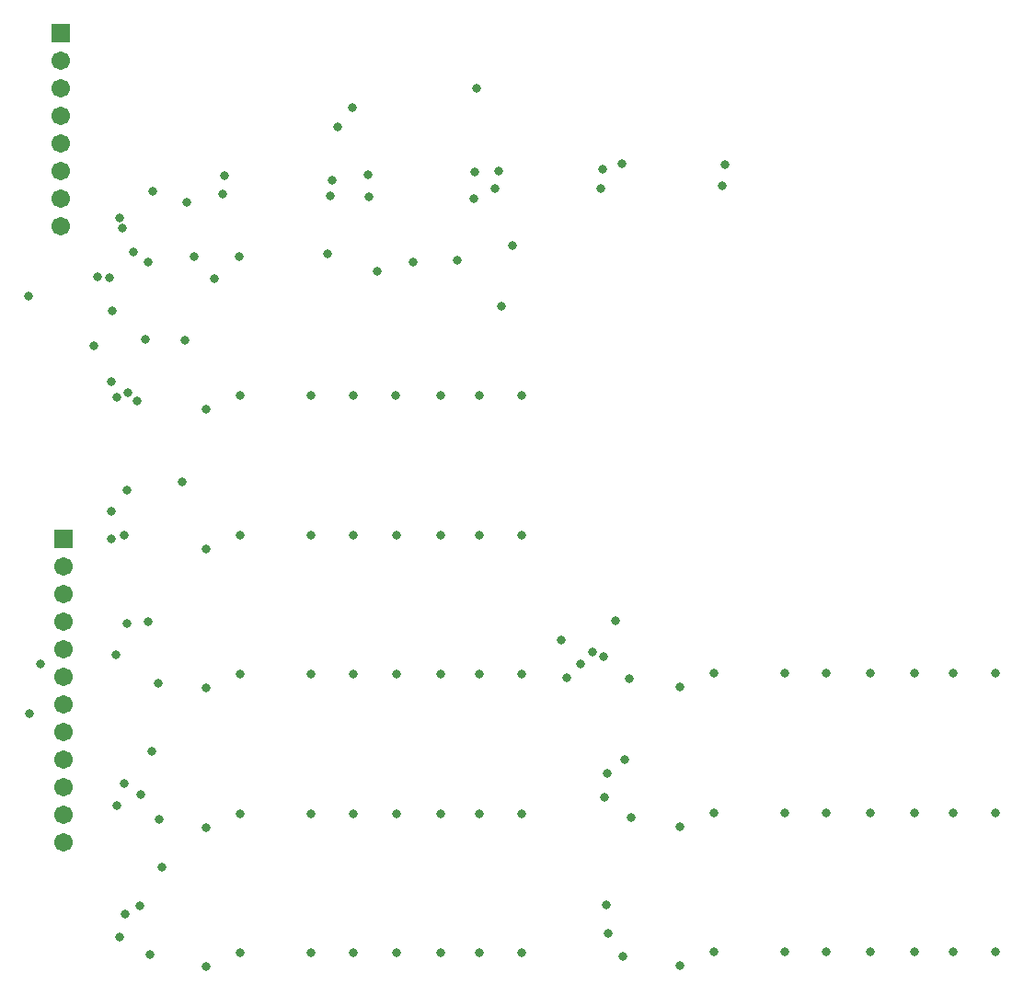
<source format=gbs>
G04*
G04 #@! TF.GenerationSoftware,Altium Limited,Altium Designer,19.1.8 (144)*
G04*
G04 Layer_Color=16711935*
%FSLAX25Y25*%
%MOIN*%
G70*
G01*
G75*
%ADD19R,0.06706X0.06706*%
%ADD20C,0.06706*%
%ADD21C,0.03162*%
D19*
X17178Y-195890D02*
D03*
X16078Y-12357D02*
D03*
D20*
X17178Y-205890D02*
D03*
Y-215890D02*
D03*
Y-225890D02*
D03*
Y-235890D02*
D03*
Y-245890D02*
D03*
Y-255890D02*
D03*
Y-265890D02*
D03*
Y-275890D02*
D03*
Y-285890D02*
D03*
Y-295890D02*
D03*
Y-305890D02*
D03*
X16078Y-82357D02*
D03*
Y-72357D02*
D03*
Y-62357D02*
D03*
Y-52357D02*
D03*
Y-42357D02*
D03*
Y-32357D02*
D03*
Y-22357D02*
D03*
D21*
X49200Y-272700D02*
D03*
X40400Y-142800D02*
D03*
X36586Y-144600D02*
D03*
X43700Y-146000D02*
D03*
X214200Y-281000D02*
D03*
X222300Y-246600D02*
D03*
X222700Y-296900D02*
D03*
X219800Y-347200D02*
D03*
X48600Y-346500D02*
D03*
X51900Y-297500D02*
D03*
X51400Y-248100D02*
D03*
X39200Y-194400D02*
D03*
X60100Y-175100D02*
D03*
X256800Y-60300D02*
D03*
X219400Y-60000D02*
D03*
X212500Y-61900D02*
D03*
X174700Y-62500D02*
D03*
X166100Y-63000D02*
D03*
X127400Y-64000D02*
D03*
X114500Y-65700D02*
D03*
X75600Y-64300D02*
D03*
X62000Y-73900D02*
D03*
X42500Y-92000D02*
D03*
X61100Y-123700D02*
D03*
X47900Y-95500D02*
D03*
X46900Y-123600D02*
D03*
X34800Y-113300D02*
D03*
X29400Y-100800D02*
D03*
X38500Y-83300D02*
D03*
X37400Y-79500D02*
D03*
X34400Y-138900D02*
D03*
X49500Y-69700D02*
D03*
X33900Y-101200D02*
D03*
X34500Y-186000D02*
D03*
X34600Y-195800D02*
D03*
X40200Y-178300D02*
D03*
X212900Y-238400D02*
D03*
X204600Y-241100D02*
D03*
X199600Y-246100D02*
D03*
X52800Y-314700D02*
D03*
X220500Y-275900D02*
D03*
X214400Y-338900D02*
D03*
X213900Y-328500D02*
D03*
X217200Y-225400D02*
D03*
X213100Y-289600D02*
D03*
X197600Y-232500D02*
D03*
X47800Y-225900D02*
D03*
X208800Y-236900D02*
D03*
X36300Y-237700D02*
D03*
X40269Y-226616D02*
D03*
X45100Y-288600D02*
D03*
X37361Y-340100D02*
D03*
X44800Y-329000D02*
D03*
X39400Y-331800D02*
D03*
X36517Y-292400D02*
D03*
X39100Y-284500D02*
D03*
X5000Y-259200D02*
D03*
X8800Y-241100D02*
D03*
X4600Y-107700D02*
D03*
X28300Y-125700D02*
D03*
X116378Y-46557D02*
D03*
X121778Y-39557D02*
D03*
X166878Y-32357D02*
D03*
X240421Y-350557D02*
D03*
X252878Y-345557D02*
D03*
X325378D02*
D03*
X278378D02*
D03*
X293678D02*
D03*
X339578D02*
D03*
X354878D02*
D03*
X309378D02*
D03*
X240421Y-300057D02*
D03*
X252878Y-295057D02*
D03*
X325378D02*
D03*
X278378D02*
D03*
X293678D02*
D03*
X339578D02*
D03*
X354878D02*
D03*
X309378D02*
D03*
Y-244557D02*
D03*
X354878D02*
D03*
X339578D02*
D03*
X293678D02*
D03*
X278378D02*
D03*
X325378D02*
D03*
X252878D02*
D03*
X240421Y-249557D02*
D03*
X68803Y-351000D02*
D03*
X81260Y-346000D02*
D03*
X153760D02*
D03*
X106760D02*
D03*
X122060D02*
D03*
X167960D02*
D03*
X183260D02*
D03*
X137760D02*
D03*
X68803Y-300500D02*
D03*
X81260Y-295500D02*
D03*
X153760D02*
D03*
X106760D02*
D03*
X122060D02*
D03*
X167960D02*
D03*
X183260D02*
D03*
X137760D02*
D03*
X68803Y-250000D02*
D03*
X81260Y-245000D02*
D03*
X153760D02*
D03*
X106760D02*
D03*
X122060D02*
D03*
X167960D02*
D03*
X183260D02*
D03*
X137760D02*
D03*
X179760Y-89500D02*
D03*
X137760Y-194500D02*
D03*
X183260D02*
D03*
X167960D02*
D03*
X122060D02*
D03*
X106760D02*
D03*
X153760D02*
D03*
Y-144000D02*
D03*
X80760Y-93500D02*
D03*
X81260Y-194500D02*
D03*
X68803Y-199500D02*
D03*
Y-149000D02*
D03*
X81260Y-144000D02*
D03*
X106760D02*
D03*
X122060D02*
D03*
X137360D02*
D03*
X167960D02*
D03*
X183260D02*
D03*
X176000Y-111500D02*
D03*
X256000Y-68000D02*
D03*
X144000Y-95500D02*
D03*
X212000Y-69000D02*
D03*
X173500D02*
D03*
X160000Y-95000D02*
D03*
X131000Y-99000D02*
D03*
X128000Y-72000D02*
D03*
X166000Y-72500D02*
D03*
X113000Y-92500D02*
D03*
X114000Y-71500D02*
D03*
X72000Y-101500D02*
D03*
X75000Y-71000D02*
D03*
X64500Y-93500D02*
D03*
M02*

</source>
